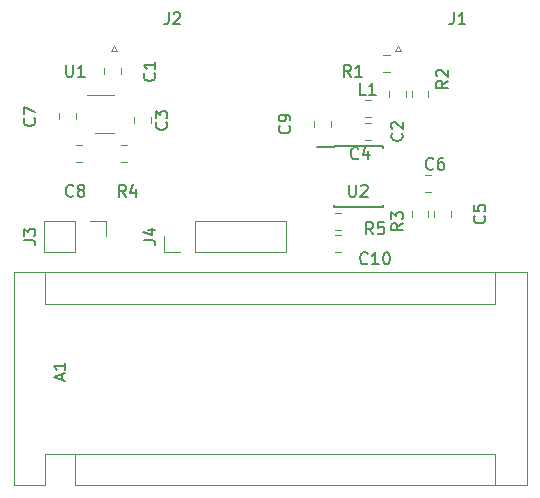
<source format=gto>
G04 #@! TF.GenerationSoftware,KiCad,Pcbnew,5.1.9+dfsg1-1+deb11u1*
G04 #@! TF.CreationDate,2023-03-16T17:17:06+02:00*
G04 #@! TF.ProjectId,power_meter,706f7765-725f-46d6-9574-65722e6b6963,rev?*
G04 #@! TF.SameCoordinates,Original*
G04 #@! TF.FileFunction,Legend,Top*
G04 #@! TF.FilePolarity,Positive*
%FSLAX46Y46*%
G04 Gerber Fmt 4.6, Leading zero omitted, Abs format (unit mm)*
G04 Created by KiCad (PCBNEW 5.1.9+dfsg1-1+deb11u1) date 2023-03-16 17:17:06*
%MOMM*%
%LPD*%
G01*
G04 APERTURE LIST*
%ADD10C,0.120000*%
%ADD11C,0.150000*%
G04 APERTURE END LIST*
D10*
X95120000Y-100200000D02*
X95120000Y-118240000D01*
X138560000Y-100200000D02*
X95120000Y-100200000D01*
X138560000Y-118240000D02*
X138560000Y-100200000D01*
X135890000Y-115570000D02*
X135890000Y-118240000D01*
X100330000Y-115570000D02*
X135890000Y-115570000D01*
X100330000Y-115570000D02*
X100330000Y-118240000D01*
X135890000Y-102870000D02*
X135890000Y-100200000D01*
X97790000Y-102870000D02*
X135890000Y-102870000D01*
X97790000Y-102870000D02*
X97790000Y-100200000D01*
X95120000Y-118240000D02*
X97790000Y-118240000D01*
X100330000Y-118240000D02*
X138560000Y-118240000D01*
X97790000Y-115570000D02*
X97790000Y-118240000D01*
X100330000Y-115570000D02*
X97790000Y-115570000D01*
X104215000Y-82926422D02*
X104215000Y-83443578D01*
X102795000Y-82926422D02*
X102795000Y-83443578D01*
X126925000Y-85348578D02*
X126925000Y-84831422D01*
X128345000Y-85348578D02*
X128345000Y-84831422D01*
X106755000Y-87068922D02*
X106755000Y-87586078D01*
X105335000Y-87068922D02*
X105335000Y-87586078D01*
X125353578Y-87555000D02*
X124836422Y-87555000D01*
X125353578Y-88975000D02*
X124836422Y-88975000D01*
X130735000Y-94991422D02*
X130735000Y-95508578D01*
X132155000Y-94991422D02*
X132155000Y-95508578D01*
X129916422Y-92000000D02*
X130433578Y-92000000D01*
X129916422Y-93420000D02*
X130433578Y-93420000D01*
X98985000Y-86736422D02*
X98985000Y-87253578D01*
X100405000Y-86736422D02*
X100405000Y-87253578D01*
X100921078Y-89460000D02*
X100403922Y-89460000D01*
X100921078Y-90880000D02*
X100403922Y-90880000D01*
X120575000Y-87371422D02*
X120575000Y-87888578D01*
X121995000Y-87371422D02*
X121995000Y-87888578D01*
X122296422Y-97080000D02*
X122813578Y-97080000D01*
X122296422Y-98500000D02*
X122813578Y-98500000D01*
X124836422Y-87070000D02*
X125353578Y-87070000D01*
X124836422Y-85650000D02*
X125353578Y-85650000D01*
X126956078Y-81840000D02*
X126438922Y-81840000D01*
X126956078Y-83260000D02*
X126438922Y-83260000D01*
X130250000Y-85348578D02*
X130250000Y-84831422D01*
X128830000Y-85348578D02*
X128830000Y-84831422D01*
X128830000Y-95508578D02*
X128830000Y-94991422D01*
X130250000Y-95508578D02*
X130250000Y-94991422D01*
X104213922Y-89460000D02*
X104731078Y-89460000D01*
X104213922Y-90880000D02*
X104731078Y-90880000D01*
D11*
X122225000Y-89550000D02*
X120825000Y-89550000D01*
X122225000Y-94650000D02*
X126375000Y-94650000D01*
X122225000Y-89500000D02*
X126375000Y-89500000D01*
X122225000Y-94650000D02*
X122225000Y-94505000D01*
X126375000Y-94650000D02*
X126375000Y-94505000D01*
X126375000Y-89500000D02*
X126375000Y-89645000D01*
X122225000Y-89500000D02*
X122225000Y-89550000D01*
D10*
X102930000Y-95825000D02*
X102930000Y-97155000D01*
X101600000Y-95825000D02*
X102930000Y-95825000D01*
X100330000Y-95825000D02*
X100330000Y-98485000D01*
X100330000Y-98485000D02*
X97730000Y-98485000D01*
X100330000Y-95825000D02*
X97730000Y-95825000D01*
X97730000Y-95825000D02*
X97730000Y-98485000D01*
X107890000Y-98485000D02*
X107890000Y-97155000D01*
X109220000Y-98485000D02*
X107890000Y-98485000D01*
X110490000Y-98485000D02*
X110490000Y-95825000D01*
X110490000Y-95825000D02*
X118170000Y-95825000D01*
X110490000Y-98485000D02*
X118170000Y-98485000D01*
X118170000Y-98485000D02*
X118170000Y-95825000D01*
X127885000Y-81500000D02*
X127635000Y-81000000D01*
X127385000Y-81500000D02*
X127885000Y-81500000D01*
X127635000Y-81000000D02*
X127385000Y-81500000D01*
X103632000Y-81000000D02*
X103382000Y-81500000D01*
X103382000Y-81500000D02*
X103882000Y-81500000D01*
X103882000Y-81500000D02*
X103632000Y-81000000D01*
X103655000Y-85160000D02*
X101355000Y-85160000D01*
X102055000Y-88360000D02*
X103655000Y-88360000D01*
X122296422Y-96595000D02*
X122813578Y-96595000D01*
X122296422Y-95175000D02*
X122813578Y-95175000D01*
D11*
X99226666Y-109299285D02*
X99226666Y-108823095D01*
X99512380Y-109394523D02*
X98512380Y-109061190D01*
X99512380Y-108727857D01*
X99512380Y-107870714D02*
X99512380Y-108442142D01*
X99512380Y-108156428D02*
X98512380Y-108156428D01*
X98655238Y-108251666D01*
X98750476Y-108346904D01*
X98798095Y-108442142D01*
X107037142Y-83351666D02*
X107084761Y-83399285D01*
X107132380Y-83542142D01*
X107132380Y-83637380D01*
X107084761Y-83780238D01*
X106989523Y-83875476D01*
X106894285Y-83923095D01*
X106703809Y-83970714D01*
X106560952Y-83970714D01*
X106370476Y-83923095D01*
X106275238Y-83875476D01*
X106180000Y-83780238D01*
X106132380Y-83637380D01*
X106132380Y-83542142D01*
X106180000Y-83399285D01*
X106227619Y-83351666D01*
X107132380Y-82399285D02*
X107132380Y-82970714D01*
X107132380Y-82685000D02*
X106132380Y-82685000D01*
X106275238Y-82780238D01*
X106370476Y-82875476D01*
X106418095Y-82970714D01*
X127992142Y-88431666D02*
X128039761Y-88479285D01*
X128087380Y-88622142D01*
X128087380Y-88717380D01*
X128039761Y-88860238D01*
X127944523Y-88955476D01*
X127849285Y-89003095D01*
X127658809Y-89050714D01*
X127515952Y-89050714D01*
X127325476Y-89003095D01*
X127230238Y-88955476D01*
X127135000Y-88860238D01*
X127087380Y-88717380D01*
X127087380Y-88622142D01*
X127135000Y-88479285D01*
X127182619Y-88431666D01*
X127182619Y-88050714D02*
X127135000Y-88003095D01*
X127087380Y-87907857D01*
X127087380Y-87669761D01*
X127135000Y-87574523D01*
X127182619Y-87526904D01*
X127277857Y-87479285D01*
X127373095Y-87479285D01*
X127515952Y-87526904D01*
X128087380Y-88098333D01*
X128087380Y-87479285D01*
X108052142Y-87494166D02*
X108099761Y-87541785D01*
X108147380Y-87684642D01*
X108147380Y-87779880D01*
X108099761Y-87922738D01*
X108004523Y-88017976D01*
X107909285Y-88065595D01*
X107718809Y-88113214D01*
X107575952Y-88113214D01*
X107385476Y-88065595D01*
X107290238Y-88017976D01*
X107195000Y-87922738D01*
X107147380Y-87779880D01*
X107147380Y-87684642D01*
X107195000Y-87541785D01*
X107242619Y-87494166D01*
X107147380Y-87160833D02*
X107147380Y-86541785D01*
X107528333Y-86875119D01*
X107528333Y-86732261D01*
X107575952Y-86637023D01*
X107623571Y-86589404D01*
X107718809Y-86541785D01*
X107956904Y-86541785D01*
X108052142Y-86589404D01*
X108099761Y-86637023D01*
X108147380Y-86732261D01*
X108147380Y-87017976D01*
X108099761Y-87113214D01*
X108052142Y-87160833D01*
X124293333Y-90527142D02*
X124245714Y-90574761D01*
X124102857Y-90622380D01*
X124007619Y-90622380D01*
X123864761Y-90574761D01*
X123769523Y-90479523D01*
X123721904Y-90384285D01*
X123674285Y-90193809D01*
X123674285Y-90050952D01*
X123721904Y-89860476D01*
X123769523Y-89765238D01*
X123864761Y-89670000D01*
X124007619Y-89622380D01*
X124102857Y-89622380D01*
X124245714Y-89670000D01*
X124293333Y-89717619D01*
X125150476Y-89955714D02*
X125150476Y-90622380D01*
X124912380Y-89574761D02*
X124674285Y-90289047D01*
X125293333Y-90289047D01*
X134977142Y-95416666D02*
X135024761Y-95464285D01*
X135072380Y-95607142D01*
X135072380Y-95702380D01*
X135024761Y-95845238D01*
X134929523Y-95940476D01*
X134834285Y-95988095D01*
X134643809Y-96035714D01*
X134500952Y-96035714D01*
X134310476Y-95988095D01*
X134215238Y-95940476D01*
X134120000Y-95845238D01*
X134072380Y-95702380D01*
X134072380Y-95607142D01*
X134120000Y-95464285D01*
X134167619Y-95416666D01*
X134072380Y-94511904D02*
X134072380Y-94988095D01*
X134548571Y-95035714D01*
X134500952Y-94988095D01*
X134453333Y-94892857D01*
X134453333Y-94654761D01*
X134500952Y-94559523D01*
X134548571Y-94511904D01*
X134643809Y-94464285D01*
X134881904Y-94464285D01*
X134977142Y-94511904D01*
X135024761Y-94559523D01*
X135072380Y-94654761D01*
X135072380Y-94892857D01*
X135024761Y-94988095D01*
X134977142Y-95035714D01*
X130643333Y-91417142D02*
X130595714Y-91464761D01*
X130452857Y-91512380D01*
X130357619Y-91512380D01*
X130214761Y-91464761D01*
X130119523Y-91369523D01*
X130071904Y-91274285D01*
X130024285Y-91083809D01*
X130024285Y-90940952D01*
X130071904Y-90750476D01*
X130119523Y-90655238D01*
X130214761Y-90560000D01*
X130357619Y-90512380D01*
X130452857Y-90512380D01*
X130595714Y-90560000D01*
X130643333Y-90607619D01*
X131500476Y-90512380D02*
X131310000Y-90512380D01*
X131214761Y-90560000D01*
X131167142Y-90607619D01*
X131071904Y-90750476D01*
X131024285Y-90940952D01*
X131024285Y-91321904D01*
X131071904Y-91417142D01*
X131119523Y-91464761D01*
X131214761Y-91512380D01*
X131405238Y-91512380D01*
X131500476Y-91464761D01*
X131548095Y-91417142D01*
X131595714Y-91321904D01*
X131595714Y-91083809D01*
X131548095Y-90988571D01*
X131500476Y-90940952D01*
X131405238Y-90893333D01*
X131214761Y-90893333D01*
X131119523Y-90940952D01*
X131071904Y-90988571D01*
X131024285Y-91083809D01*
X96877142Y-87161666D02*
X96924761Y-87209285D01*
X96972380Y-87352142D01*
X96972380Y-87447380D01*
X96924761Y-87590238D01*
X96829523Y-87685476D01*
X96734285Y-87733095D01*
X96543809Y-87780714D01*
X96400952Y-87780714D01*
X96210476Y-87733095D01*
X96115238Y-87685476D01*
X96020000Y-87590238D01*
X95972380Y-87447380D01*
X95972380Y-87352142D01*
X96020000Y-87209285D01*
X96067619Y-87161666D01*
X95972380Y-86828333D02*
X95972380Y-86161666D01*
X96972380Y-86590238D01*
X100163333Y-93702142D02*
X100115714Y-93749761D01*
X99972857Y-93797380D01*
X99877619Y-93797380D01*
X99734761Y-93749761D01*
X99639523Y-93654523D01*
X99591904Y-93559285D01*
X99544285Y-93368809D01*
X99544285Y-93225952D01*
X99591904Y-93035476D01*
X99639523Y-92940238D01*
X99734761Y-92845000D01*
X99877619Y-92797380D01*
X99972857Y-92797380D01*
X100115714Y-92845000D01*
X100163333Y-92892619D01*
X100734761Y-93225952D02*
X100639523Y-93178333D01*
X100591904Y-93130714D01*
X100544285Y-93035476D01*
X100544285Y-92987857D01*
X100591904Y-92892619D01*
X100639523Y-92845000D01*
X100734761Y-92797380D01*
X100925238Y-92797380D01*
X101020476Y-92845000D01*
X101068095Y-92892619D01*
X101115714Y-92987857D01*
X101115714Y-93035476D01*
X101068095Y-93130714D01*
X101020476Y-93178333D01*
X100925238Y-93225952D01*
X100734761Y-93225952D01*
X100639523Y-93273571D01*
X100591904Y-93321190D01*
X100544285Y-93416428D01*
X100544285Y-93606904D01*
X100591904Y-93702142D01*
X100639523Y-93749761D01*
X100734761Y-93797380D01*
X100925238Y-93797380D01*
X101020476Y-93749761D01*
X101068095Y-93702142D01*
X101115714Y-93606904D01*
X101115714Y-93416428D01*
X101068095Y-93321190D01*
X101020476Y-93273571D01*
X100925238Y-93225952D01*
X118467142Y-87796666D02*
X118514761Y-87844285D01*
X118562380Y-87987142D01*
X118562380Y-88082380D01*
X118514761Y-88225238D01*
X118419523Y-88320476D01*
X118324285Y-88368095D01*
X118133809Y-88415714D01*
X117990952Y-88415714D01*
X117800476Y-88368095D01*
X117705238Y-88320476D01*
X117610000Y-88225238D01*
X117562380Y-88082380D01*
X117562380Y-87987142D01*
X117610000Y-87844285D01*
X117657619Y-87796666D01*
X118562380Y-87320476D02*
X118562380Y-87130000D01*
X118514761Y-87034761D01*
X118467142Y-86987142D01*
X118324285Y-86891904D01*
X118133809Y-86844285D01*
X117752857Y-86844285D01*
X117657619Y-86891904D01*
X117610000Y-86939523D01*
X117562380Y-87034761D01*
X117562380Y-87225238D01*
X117610000Y-87320476D01*
X117657619Y-87368095D01*
X117752857Y-87415714D01*
X117990952Y-87415714D01*
X118086190Y-87368095D01*
X118133809Y-87320476D01*
X118181428Y-87225238D01*
X118181428Y-87034761D01*
X118133809Y-86939523D01*
X118086190Y-86891904D01*
X117990952Y-86844285D01*
X125087142Y-99417142D02*
X125039523Y-99464761D01*
X124896666Y-99512380D01*
X124801428Y-99512380D01*
X124658571Y-99464761D01*
X124563333Y-99369523D01*
X124515714Y-99274285D01*
X124468095Y-99083809D01*
X124468095Y-98940952D01*
X124515714Y-98750476D01*
X124563333Y-98655238D01*
X124658571Y-98560000D01*
X124801428Y-98512380D01*
X124896666Y-98512380D01*
X125039523Y-98560000D01*
X125087142Y-98607619D01*
X126039523Y-99512380D02*
X125468095Y-99512380D01*
X125753809Y-99512380D02*
X125753809Y-98512380D01*
X125658571Y-98655238D01*
X125563333Y-98750476D01*
X125468095Y-98798095D01*
X126658571Y-98512380D02*
X126753809Y-98512380D01*
X126849047Y-98560000D01*
X126896666Y-98607619D01*
X126944285Y-98702857D01*
X126991904Y-98893333D01*
X126991904Y-99131428D01*
X126944285Y-99321904D01*
X126896666Y-99417142D01*
X126849047Y-99464761D01*
X126753809Y-99512380D01*
X126658571Y-99512380D01*
X126563333Y-99464761D01*
X126515714Y-99417142D01*
X126468095Y-99321904D01*
X126420476Y-99131428D01*
X126420476Y-98893333D01*
X126468095Y-98702857D01*
X126515714Y-98607619D01*
X126563333Y-98560000D01*
X126658571Y-98512380D01*
X124928333Y-85162380D02*
X124452142Y-85162380D01*
X124452142Y-84162380D01*
X125785476Y-85162380D02*
X125214047Y-85162380D01*
X125499761Y-85162380D02*
X125499761Y-84162380D01*
X125404523Y-84305238D01*
X125309285Y-84400476D01*
X125214047Y-84448095D01*
X123658333Y-83637380D02*
X123325000Y-83161190D01*
X123086904Y-83637380D02*
X123086904Y-82637380D01*
X123467857Y-82637380D01*
X123563095Y-82685000D01*
X123610714Y-82732619D01*
X123658333Y-82827857D01*
X123658333Y-82970714D01*
X123610714Y-83065952D01*
X123563095Y-83113571D01*
X123467857Y-83161190D01*
X123086904Y-83161190D01*
X124610714Y-83637380D02*
X124039285Y-83637380D01*
X124325000Y-83637380D02*
X124325000Y-82637380D01*
X124229761Y-82780238D01*
X124134523Y-82875476D01*
X124039285Y-82923095D01*
X131897380Y-83986666D02*
X131421190Y-84320000D01*
X131897380Y-84558095D02*
X130897380Y-84558095D01*
X130897380Y-84177142D01*
X130945000Y-84081904D01*
X130992619Y-84034285D01*
X131087857Y-83986666D01*
X131230714Y-83986666D01*
X131325952Y-84034285D01*
X131373571Y-84081904D01*
X131421190Y-84177142D01*
X131421190Y-84558095D01*
X130992619Y-83605714D02*
X130945000Y-83558095D01*
X130897380Y-83462857D01*
X130897380Y-83224761D01*
X130945000Y-83129523D01*
X130992619Y-83081904D01*
X131087857Y-83034285D01*
X131183095Y-83034285D01*
X131325952Y-83081904D01*
X131897380Y-83653333D01*
X131897380Y-83034285D01*
X128087380Y-96051666D02*
X127611190Y-96385000D01*
X128087380Y-96623095D02*
X127087380Y-96623095D01*
X127087380Y-96242142D01*
X127135000Y-96146904D01*
X127182619Y-96099285D01*
X127277857Y-96051666D01*
X127420714Y-96051666D01*
X127515952Y-96099285D01*
X127563571Y-96146904D01*
X127611190Y-96242142D01*
X127611190Y-96623095D01*
X127087380Y-95718333D02*
X127087380Y-95099285D01*
X127468333Y-95432619D01*
X127468333Y-95289761D01*
X127515952Y-95194523D01*
X127563571Y-95146904D01*
X127658809Y-95099285D01*
X127896904Y-95099285D01*
X127992142Y-95146904D01*
X128039761Y-95194523D01*
X128087380Y-95289761D01*
X128087380Y-95575476D01*
X128039761Y-95670714D01*
X127992142Y-95718333D01*
X104608333Y-93797380D02*
X104275000Y-93321190D01*
X104036904Y-93797380D02*
X104036904Y-92797380D01*
X104417857Y-92797380D01*
X104513095Y-92845000D01*
X104560714Y-92892619D01*
X104608333Y-92987857D01*
X104608333Y-93130714D01*
X104560714Y-93225952D01*
X104513095Y-93273571D01*
X104417857Y-93321190D01*
X104036904Y-93321190D01*
X105465476Y-93130714D02*
X105465476Y-93797380D01*
X105227380Y-92749761D02*
X104989285Y-93464047D01*
X105608333Y-93464047D01*
X123538095Y-92797380D02*
X123538095Y-93606904D01*
X123585714Y-93702142D01*
X123633333Y-93749761D01*
X123728571Y-93797380D01*
X123919047Y-93797380D01*
X124014285Y-93749761D01*
X124061904Y-93702142D01*
X124109523Y-93606904D01*
X124109523Y-92797380D01*
X124538095Y-92892619D02*
X124585714Y-92845000D01*
X124680952Y-92797380D01*
X124919047Y-92797380D01*
X125014285Y-92845000D01*
X125061904Y-92892619D01*
X125109523Y-92987857D01*
X125109523Y-93083095D01*
X125061904Y-93225952D01*
X124490476Y-93797380D01*
X125109523Y-93797380D01*
X95972380Y-97488333D02*
X96686666Y-97488333D01*
X96829523Y-97535952D01*
X96924761Y-97631190D01*
X96972380Y-97774047D01*
X96972380Y-97869285D01*
X95972380Y-97107380D02*
X95972380Y-96488333D01*
X96353333Y-96821666D01*
X96353333Y-96678809D01*
X96400952Y-96583571D01*
X96448571Y-96535952D01*
X96543809Y-96488333D01*
X96781904Y-96488333D01*
X96877142Y-96535952D01*
X96924761Y-96583571D01*
X96972380Y-96678809D01*
X96972380Y-96964523D01*
X96924761Y-97059761D01*
X96877142Y-97107380D01*
X106132380Y-97488333D02*
X106846666Y-97488333D01*
X106989523Y-97535952D01*
X107084761Y-97631190D01*
X107132380Y-97774047D01*
X107132380Y-97869285D01*
X106465714Y-96583571D02*
X107132380Y-96583571D01*
X106084761Y-96821666D02*
X106799047Y-97059761D01*
X106799047Y-96440714D01*
X132381666Y-78192380D02*
X132381666Y-78906666D01*
X132334047Y-79049523D01*
X132238809Y-79144761D01*
X132095952Y-79192380D01*
X132000714Y-79192380D01*
X133381666Y-79192380D02*
X132810238Y-79192380D01*
X133095952Y-79192380D02*
X133095952Y-78192380D01*
X133000714Y-78335238D01*
X132905476Y-78430476D01*
X132810238Y-78478095D01*
X108251666Y-78192380D02*
X108251666Y-78906666D01*
X108204047Y-79049523D01*
X108108809Y-79144761D01*
X107965952Y-79192380D01*
X107870714Y-79192380D01*
X108680238Y-78287619D02*
X108727857Y-78240000D01*
X108823095Y-78192380D01*
X109061190Y-78192380D01*
X109156428Y-78240000D01*
X109204047Y-78287619D01*
X109251666Y-78382857D01*
X109251666Y-78478095D01*
X109204047Y-78620952D01*
X108632619Y-79192380D01*
X109251666Y-79192380D01*
X99568095Y-82637380D02*
X99568095Y-83446904D01*
X99615714Y-83542142D01*
X99663333Y-83589761D01*
X99758571Y-83637380D01*
X99949047Y-83637380D01*
X100044285Y-83589761D01*
X100091904Y-83542142D01*
X100139523Y-83446904D01*
X100139523Y-82637380D01*
X101139523Y-83637380D02*
X100568095Y-83637380D01*
X100853809Y-83637380D02*
X100853809Y-82637380D01*
X100758571Y-82780238D01*
X100663333Y-82875476D01*
X100568095Y-82923095D01*
X125563333Y-96972380D02*
X125230000Y-96496190D01*
X124991904Y-96972380D02*
X124991904Y-95972380D01*
X125372857Y-95972380D01*
X125468095Y-96020000D01*
X125515714Y-96067619D01*
X125563333Y-96162857D01*
X125563333Y-96305714D01*
X125515714Y-96400952D01*
X125468095Y-96448571D01*
X125372857Y-96496190D01*
X124991904Y-96496190D01*
X126468095Y-95972380D02*
X125991904Y-95972380D01*
X125944285Y-96448571D01*
X125991904Y-96400952D01*
X126087142Y-96353333D01*
X126325238Y-96353333D01*
X126420476Y-96400952D01*
X126468095Y-96448571D01*
X126515714Y-96543809D01*
X126515714Y-96781904D01*
X126468095Y-96877142D01*
X126420476Y-96924761D01*
X126325238Y-96972380D01*
X126087142Y-96972380D01*
X125991904Y-96924761D01*
X125944285Y-96877142D01*
M02*

</source>
